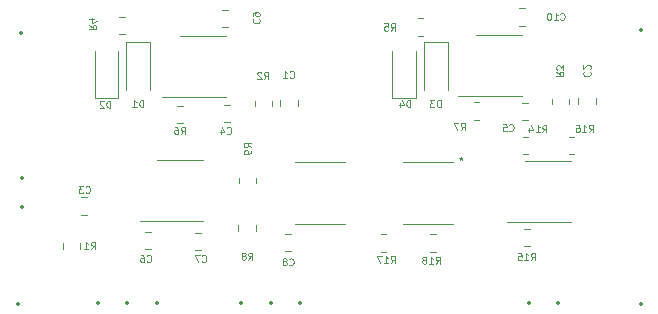
<source format=gbo>
%TF.GenerationSoftware,KiCad,Pcbnew,8.0.0*%
%TF.CreationDate,2024-03-25T10:57:50+01:00*%
%TF.ProjectId,MicAmp,4d696341-6d70-42e6-9b69-6361645f7063,v2*%
%TF.SameCoordinates,Original*%
%TF.FileFunction,Legend,Bot*%
%TF.FilePolarity,Positive*%
%FSLAX46Y46*%
G04 Gerber Fmt 4.6, Leading zero omitted, Abs format (unit mm)*
G04 Created by KiCad (PCBNEW 8.0.0) date 2024-03-25 10:57:50*
%MOMM*%
%LPD*%
G01*
G04 APERTURE LIST*
%ADD10C,0.100000*%
%ADD11C,0.350000*%
G04 APERTURE END LIST*
D10*
X109491807Y-112107437D02*
X109491807Y-111507437D01*
X109491807Y-111507437D02*
X109348950Y-111507437D01*
X109348950Y-111507437D02*
X109263236Y-111536008D01*
X109263236Y-111536008D02*
X109206093Y-111593151D01*
X109206093Y-111593151D02*
X109177522Y-111650294D01*
X109177522Y-111650294D02*
X109148950Y-111764580D01*
X109148950Y-111764580D02*
X109148950Y-111850294D01*
X109148950Y-111850294D02*
X109177522Y-111964580D01*
X109177522Y-111964580D02*
X109206093Y-112021723D01*
X109206093Y-112021723D02*
X109263236Y-112078866D01*
X109263236Y-112078866D02*
X109348950Y-112107437D01*
X109348950Y-112107437D02*
X109491807Y-112107437D01*
X108577522Y-112107437D02*
X108920379Y-112107437D01*
X108748950Y-112107437D02*
X108748950Y-111507437D01*
X108748950Y-111507437D02*
X108806093Y-111593151D01*
X108806093Y-111593151D02*
X108863236Y-111650294D01*
X108863236Y-111650294D02*
X108920379Y-111678866D01*
X130436990Y-105614230D02*
X130636990Y-105328516D01*
X130779847Y-105614230D02*
X130779847Y-105014230D01*
X130779847Y-105014230D02*
X130551276Y-105014230D01*
X130551276Y-105014230D02*
X130494133Y-105042801D01*
X130494133Y-105042801D02*
X130465562Y-105071373D01*
X130465562Y-105071373D02*
X130436990Y-105128516D01*
X130436990Y-105128516D02*
X130436990Y-105214230D01*
X130436990Y-105214230D02*
X130465562Y-105271373D01*
X130465562Y-105271373D02*
X130494133Y-105299944D01*
X130494133Y-105299944D02*
X130551276Y-105328516D01*
X130551276Y-105328516D02*
X130779847Y-105328516D01*
X129894133Y-105014230D02*
X130179847Y-105014230D01*
X130179847Y-105014230D02*
X130208419Y-105299944D01*
X130208419Y-105299944D02*
X130179847Y-105271373D01*
X130179847Y-105271373D02*
X130122705Y-105242801D01*
X130122705Y-105242801D02*
X129979847Y-105242801D01*
X129979847Y-105242801D02*
X129922705Y-105271373D01*
X129922705Y-105271373D02*
X129894133Y-105299944D01*
X129894133Y-105299944D02*
X129865562Y-105357087D01*
X129865562Y-105357087D02*
X129865562Y-105499944D01*
X129865562Y-105499944D02*
X129894133Y-105557087D01*
X129894133Y-105557087D02*
X129922705Y-105585659D01*
X129922705Y-105585659D02*
X129979847Y-105614230D01*
X129979847Y-105614230D02*
X130122705Y-105614230D01*
X130122705Y-105614230D02*
X130179847Y-105585659D01*
X130179847Y-105585659D02*
X130208419Y-105557087D01*
X118381199Y-125013860D02*
X118581199Y-124728146D01*
X118724056Y-125013860D02*
X118724056Y-124413860D01*
X118724056Y-124413860D02*
X118495485Y-124413860D01*
X118495485Y-124413860D02*
X118438342Y-124442431D01*
X118438342Y-124442431D02*
X118409771Y-124471003D01*
X118409771Y-124471003D02*
X118381199Y-124528146D01*
X118381199Y-124528146D02*
X118381199Y-124613860D01*
X118381199Y-124613860D02*
X118409771Y-124671003D01*
X118409771Y-124671003D02*
X118438342Y-124699574D01*
X118438342Y-124699574D02*
X118495485Y-124728146D01*
X118495485Y-124728146D02*
X118724056Y-124728146D01*
X118038342Y-124671003D02*
X118095485Y-124642431D01*
X118095485Y-124642431D02*
X118124056Y-124613860D01*
X118124056Y-124613860D02*
X118152628Y-124556717D01*
X118152628Y-124556717D02*
X118152628Y-124528146D01*
X118152628Y-124528146D02*
X118124056Y-124471003D01*
X118124056Y-124471003D02*
X118095485Y-124442431D01*
X118095485Y-124442431D02*
X118038342Y-124413860D01*
X118038342Y-124413860D02*
X117924056Y-124413860D01*
X117924056Y-124413860D02*
X117866914Y-124442431D01*
X117866914Y-124442431D02*
X117838342Y-124471003D01*
X117838342Y-124471003D02*
X117809771Y-124528146D01*
X117809771Y-124528146D02*
X117809771Y-124556717D01*
X117809771Y-124556717D02*
X117838342Y-124613860D01*
X117838342Y-124613860D02*
X117866914Y-124642431D01*
X117866914Y-124642431D02*
X117924056Y-124671003D01*
X117924056Y-124671003D02*
X118038342Y-124671003D01*
X118038342Y-124671003D02*
X118095485Y-124699574D01*
X118095485Y-124699574D02*
X118124056Y-124728146D01*
X118124056Y-124728146D02*
X118152628Y-124785289D01*
X118152628Y-124785289D02*
X118152628Y-124899574D01*
X118152628Y-124899574D02*
X118124056Y-124956717D01*
X118124056Y-124956717D02*
X118095485Y-124985289D01*
X118095485Y-124985289D02*
X118038342Y-125013860D01*
X118038342Y-125013860D02*
X117924056Y-125013860D01*
X117924056Y-125013860D02*
X117866914Y-124985289D01*
X117866914Y-124985289D02*
X117838342Y-124956717D01*
X117838342Y-124956717D02*
X117809771Y-124899574D01*
X117809771Y-124899574D02*
X117809771Y-124785289D01*
X117809771Y-124785289D02*
X117838342Y-124728146D01*
X117838342Y-124728146D02*
X117866914Y-124699574D01*
X117866914Y-124699574D02*
X117924056Y-124671003D01*
X118608495Y-115512984D02*
X118322781Y-115312984D01*
X118608495Y-115170127D02*
X118008495Y-115170127D01*
X118008495Y-115170127D02*
X118008495Y-115398698D01*
X118008495Y-115398698D02*
X118037066Y-115455841D01*
X118037066Y-115455841D02*
X118065638Y-115484412D01*
X118065638Y-115484412D02*
X118122781Y-115512984D01*
X118122781Y-115512984D02*
X118208495Y-115512984D01*
X118208495Y-115512984D02*
X118265638Y-115484412D01*
X118265638Y-115484412D02*
X118294209Y-115455841D01*
X118294209Y-115455841D02*
X118322781Y-115398698D01*
X118322781Y-115398698D02*
X118322781Y-115170127D01*
X118608495Y-115798698D02*
X118608495Y-115912984D01*
X118608495Y-115912984D02*
X118579924Y-115970127D01*
X118579924Y-115970127D02*
X118551352Y-115998698D01*
X118551352Y-115998698D02*
X118465638Y-116055841D01*
X118465638Y-116055841D02*
X118351352Y-116084412D01*
X118351352Y-116084412D02*
X118122781Y-116084412D01*
X118122781Y-116084412D02*
X118065638Y-116055841D01*
X118065638Y-116055841D02*
X118037066Y-116027270D01*
X118037066Y-116027270D02*
X118008495Y-115970127D01*
X118008495Y-115970127D02*
X118008495Y-115855841D01*
X118008495Y-115855841D02*
X118037066Y-115798698D01*
X118037066Y-115798698D02*
X118065638Y-115770127D01*
X118065638Y-115770127D02*
X118122781Y-115741555D01*
X118122781Y-115741555D02*
X118265638Y-115741555D01*
X118265638Y-115741555D02*
X118322781Y-115770127D01*
X118322781Y-115770127D02*
X118351352Y-115798698D01*
X118351352Y-115798698D02*
X118379924Y-115855841D01*
X118379924Y-115855841D02*
X118379924Y-115970127D01*
X118379924Y-115970127D02*
X118351352Y-116027270D01*
X118351352Y-116027270D02*
X118322781Y-116055841D01*
X118322781Y-116055841D02*
X118265638Y-116084412D01*
X132106815Y-112107389D02*
X132106815Y-111507389D01*
X132106815Y-111507389D02*
X131963958Y-111507389D01*
X131963958Y-111507389D02*
X131878244Y-111535960D01*
X131878244Y-111535960D02*
X131821101Y-111593103D01*
X131821101Y-111593103D02*
X131792530Y-111650246D01*
X131792530Y-111650246D02*
X131763958Y-111764532D01*
X131763958Y-111764532D02*
X131763958Y-111850246D01*
X131763958Y-111850246D02*
X131792530Y-111964532D01*
X131792530Y-111964532D02*
X131821101Y-112021675D01*
X131821101Y-112021675D02*
X131878244Y-112078818D01*
X131878244Y-112078818D02*
X131963958Y-112107389D01*
X131963958Y-112107389D02*
X132106815Y-112107389D01*
X131249673Y-111707389D02*
X131249673Y-112107389D01*
X131392530Y-111478818D02*
X131535387Y-111907389D01*
X131535387Y-111907389D02*
X131163958Y-111907389D01*
X134253942Y-125358559D02*
X134453942Y-125072845D01*
X134596799Y-125358559D02*
X134596799Y-124758559D01*
X134596799Y-124758559D02*
X134368228Y-124758559D01*
X134368228Y-124758559D02*
X134311085Y-124787130D01*
X134311085Y-124787130D02*
X134282514Y-124815702D01*
X134282514Y-124815702D02*
X134253942Y-124872845D01*
X134253942Y-124872845D02*
X134253942Y-124958559D01*
X134253942Y-124958559D02*
X134282514Y-125015702D01*
X134282514Y-125015702D02*
X134311085Y-125044273D01*
X134311085Y-125044273D02*
X134368228Y-125072845D01*
X134368228Y-125072845D02*
X134596799Y-125072845D01*
X133682514Y-125358559D02*
X134025371Y-125358559D01*
X133853942Y-125358559D02*
X133853942Y-124758559D01*
X133853942Y-124758559D02*
X133911085Y-124844273D01*
X133911085Y-124844273D02*
X133968228Y-124901416D01*
X133968228Y-124901416D02*
X134025371Y-124929988D01*
X133339656Y-125015702D02*
X133396799Y-124987130D01*
X133396799Y-124987130D02*
X133425370Y-124958559D01*
X133425370Y-124958559D02*
X133453942Y-124901416D01*
X133453942Y-124901416D02*
X133453942Y-124872845D01*
X133453942Y-124872845D02*
X133425370Y-124815702D01*
X133425370Y-124815702D02*
X133396799Y-124787130D01*
X133396799Y-124787130D02*
X133339656Y-124758559D01*
X133339656Y-124758559D02*
X133225370Y-124758559D01*
X133225370Y-124758559D02*
X133168228Y-124787130D01*
X133168228Y-124787130D02*
X133139656Y-124815702D01*
X133139656Y-124815702D02*
X133111085Y-124872845D01*
X133111085Y-124872845D02*
X133111085Y-124901416D01*
X133111085Y-124901416D02*
X133139656Y-124958559D01*
X133139656Y-124958559D02*
X133168228Y-124987130D01*
X133168228Y-124987130D02*
X133225370Y-125015702D01*
X133225370Y-125015702D02*
X133339656Y-125015702D01*
X133339656Y-125015702D02*
X133396799Y-125044273D01*
X133396799Y-125044273D02*
X133425370Y-125072845D01*
X133425370Y-125072845D02*
X133453942Y-125129988D01*
X133453942Y-125129988D02*
X133453942Y-125244273D01*
X133453942Y-125244273D02*
X133425370Y-125301416D01*
X133425370Y-125301416D02*
X133396799Y-125329988D01*
X133396799Y-125329988D02*
X133339656Y-125358559D01*
X133339656Y-125358559D02*
X133225370Y-125358559D01*
X133225370Y-125358559D02*
X133168228Y-125329988D01*
X133168228Y-125329988D02*
X133139656Y-125301416D01*
X133139656Y-125301416D02*
X133111085Y-125244273D01*
X133111085Y-125244273D02*
X133111085Y-125129988D01*
X133111085Y-125129988D02*
X133139656Y-125072845D01*
X133139656Y-125072845D02*
X133168228Y-125044273D01*
X133168228Y-125044273D02*
X133225370Y-125015702D01*
X143272628Y-114225203D02*
X143472628Y-113939489D01*
X143615485Y-114225203D02*
X143615485Y-113625203D01*
X143615485Y-113625203D02*
X143386914Y-113625203D01*
X143386914Y-113625203D02*
X143329771Y-113653774D01*
X143329771Y-113653774D02*
X143301200Y-113682346D01*
X143301200Y-113682346D02*
X143272628Y-113739489D01*
X143272628Y-113739489D02*
X143272628Y-113825203D01*
X143272628Y-113825203D02*
X143301200Y-113882346D01*
X143301200Y-113882346D02*
X143329771Y-113910917D01*
X143329771Y-113910917D02*
X143386914Y-113939489D01*
X143386914Y-113939489D02*
X143615485Y-113939489D01*
X142701200Y-114225203D02*
X143044057Y-114225203D01*
X142872628Y-114225203D02*
X142872628Y-113625203D01*
X142872628Y-113625203D02*
X142929771Y-113710917D01*
X142929771Y-113710917D02*
X142986914Y-113768060D01*
X142986914Y-113768060D02*
X143044057Y-113796632D01*
X142186914Y-113825203D02*
X142186914Y-114225203D01*
X142329771Y-113596632D02*
X142472628Y-114025203D01*
X142472628Y-114025203D02*
X142101199Y-114025203D01*
X114460125Y-125159849D02*
X114488697Y-125188421D01*
X114488697Y-125188421D02*
X114574411Y-125216992D01*
X114574411Y-125216992D02*
X114631554Y-125216992D01*
X114631554Y-125216992D02*
X114717268Y-125188421D01*
X114717268Y-125188421D02*
X114774411Y-125131278D01*
X114774411Y-125131278D02*
X114802982Y-125074135D01*
X114802982Y-125074135D02*
X114831554Y-124959849D01*
X114831554Y-124959849D02*
X114831554Y-124874135D01*
X114831554Y-124874135D02*
X114802982Y-124759849D01*
X114802982Y-124759849D02*
X114774411Y-124702706D01*
X114774411Y-124702706D02*
X114717268Y-124645563D01*
X114717268Y-124645563D02*
X114631554Y-124616992D01*
X114631554Y-124616992D02*
X114574411Y-124616992D01*
X114574411Y-124616992D02*
X114488697Y-124645563D01*
X114488697Y-124645563D02*
X114460125Y-124674135D01*
X114260125Y-124616992D02*
X113860125Y-124616992D01*
X113860125Y-124616992D02*
X114117268Y-125216992D01*
X130441025Y-125289857D02*
X130641025Y-125004143D01*
X130783882Y-125289857D02*
X130783882Y-124689857D01*
X130783882Y-124689857D02*
X130555311Y-124689857D01*
X130555311Y-124689857D02*
X130498168Y-124718428D01*
X130498168Y-124718428D02*
X130469597Y-124747000D01*
X130469597Y-124747000D02*
X130441025Y-124804143D01*
X130441025Y-124804143D02*
X130441025Y-124889857D01*
X130441025Y-124889857D02*
X130469597Y-124947000D01*
X130469597Y-124947000D02*
X130498168Y-124975571D01*
X130498168Y-124975571D02*
X130555311Y-125004143D01*
X130555311Y-125004143D02*
X130783882Y-125004143D01*
X129869597Y-125289857D02*
X130212454Y-125289857D01*
X130041025Y-125289857D02*
X130041025Y-124689857D01*
X130041025Y-124689857D02*
X130098168Y-124775571D01*
X130098168Y-124775571D02*
X130155311Y-124832714D01*
X130155311Y-124832714D02*
X130212454Y-124861286D01*
X129669596Y-124689857D02*
X129269596Y-124689857D01*
X129269596Y-124689857D02*
X129526739Y-125289857D01*
X142324449Y-125075922D02*
X142524449Y-124790208D01*
X142667306Y-125075922D02*
X142667306Y-124475922D01*
X142667306Y-124475922D02*
X142438735Y-124475922D01*
X142438735Y-124475922D02*
X142381592Y-124504493D01*
X142381592Y-124504493D02*
X142353021Y-124533065D01*
X142353021Y-124533065D02*
X142324449Y-124590208D01*
X142324449Y-124590208D02*
X142324449Y-124675922D01*
X142324449Y-124675922D02*
X142353021Y-124733065D01*
X142353021Y-124733065D02*
X142381592Y-124761636D01*
X142381592Y-124761636D02*
X142438735Y-124790208D01*
X142438735Y-124790208D02*
X142667306Y-124790208D01*
X141753021Y-125075922D02*
X142095878Y-125075922D01*
X141924449Y-125075922D02*
X141924449Y-124475922D01*
X141924449Y-124475922D02*
X141981592Y-124561636D01*
X141981592Y-124561636D02*
X142038735Y-124618779D01*
X142038735Y-124618779D02*
X142095878Y-124647351D01*
X141210163Y-124475922D02*
X141495877Y-124475922D01*
X141495877Y-124475922D02*
X141524449Y-124761636D01*
X141524449Y-124761636D02*
X141495877Y-124733065D01*
X141495877Y-124733065D02*
X141438735Y-124704493D01*
X141438735Y-124704493D02*
X141295877Y-124704493D01*
X141295877Y-124704493D02*
X141238735Y-124733065D01*
X141238735Y-124733065D02*
X141210163Y-124761636D01*
X141210163Y-124761636D02*
X141181592Y-124818779D01*
X141181592Y-124818779D02*
X141181592Y-124961636D01*
X141181592Y-124961636D02*
X141210163Y-125018779D01*
X141210163Y-125018779D02*
X141238735Y-125047351D01*
X141238735Y-125047351D02*
X141295877Y-125075922D01*
X141295877Y-125075922D02*
X141438735Y-125075922D01*
X141438735Y-125075922D02*
X141495877Y-125047351D01*
X141495877Y-125047351D02*
X141524449Y-125018779D01*
X119708541Y-109720653D02*
X119908541Y-109434939D01*
X120051398Y-109720653D02*
X120051398Y-109120653D01*
X120051398Y-109120653D02*
X119822827Y-109120653D01*
X119822827Y-109120653D02*
X119765684Y-109149224D01*
X119765684Y-109149224D02*
X119737113Y-109177796D01*
X119737113Y-109177796D02*
X119708541Y-109234939D01*
X119708541Y-109234939D02*
X119708541Y-109320653D01*
X119708541Y-109320653D02*
X119737113Y-109377796D01*
X119737113Y-109377796D02*
X119765684Y-109406367D01*
X119765684Y-109406367D02*
X119822827Y-109434939D01*
X119822827Y-109434939D02*
X120051398Y-109434939D01*
X119479970Y-109177796D02*
X119451398Y-109149224D01*
X119451398Y-109149224D02*
X119394256Y-109120653D01*
X119394256Y-109120653D02*
X119251398Y-109120653D01*
X119251398Y-109120653D02*
X119194256Y-109149224D01*
X119194256Y-109149224D02*
X119165684Y-109177796D01*
X119165684Y-109177796D02*
X119137113Y-109234939D01*
X119137113Y-109234939D02*
X119137113Y-109292082D01*
X119137113Y-109292082D02*
X119165684Y-109377796D01*
X119165684Y-109377796D02*
X119508541Y-109720653D01*
X119508541Y-109720653D02*
X119137113Y-109720653D01*
X104929065Y-105180497D02*
X105214779Y-105380497D01*
X104929065Y-105523354D02*
X105529065Y-105523354D01*
X105529065Y-105523354D02*
X105529065Y-105294783D01*
X105529065Y-105294783D02*
X105500494Y-105237640D01*
X105500494Y-105237640D02*
X105471922Y-105209069D01*
X105471922Y-105209069D02*
X105414779Y-105180497D01*
X105414779Y-105180497D02*
X105329065Y-105180497D01*
X105329065Y-105180497D02*
X105271922Y-105209069D01*
X105271922Y-105209069D02*
X105243351Y-105237640D01*
X105243351Y-105237640D02*
X105214779Y-105294783D01*
X105214779Y-105294783D02*
X105214779Y-105523354D01*
X105329065Y-104666212D02*
X104929065Y-104666212D01*
X105557637Y-104809069D02*
X105129065Y-104951926D01*
X105129065Y-104951926D02*
X105129065Y-104580497D01*
X121910671Y-109586301D02*
X121939243Y-109614873D01*
X121939243Y-109614873D02*
X122024957Y-109643444D01*
X122024957Y-109643444D02*
X122082100Y-109643444D01*
X122082100Y-109643444D02*
X122167814Y-109614873D01*
X122167814Y-109614873D02*
X122224957Y-109557730D01*
X122224957Y-109557730D02*
X122253528Y-109500587D01*
X122253528Y-109500587D02*
X122282100Y-109386301D01*
X122282100Y-109386301D02*
X122282100Y-109300587D01*
X122282100Y-109300587D02*
X122253528Y-109186301D01*
X122253528Y-109186301D02*
X122224957Y-109129158D01*
X122224957Y-109129158D02*
X122167814Y-109072015D01*
X122167814Y-109072015D02*
X122082100Y-109043444D01*
X122082100Y-109043444D02*
X122024957Y-109043444D01*
X122024957Y-109043444D02*
X121939243Y-109072015D01*
X121939243Y-109072015D02*
X121910671Y-109100587D01*
X121339243Y-109643444D02*
X121682100Y-109643444D01*
X121510671Y-109643444D02*
X121510671Y-109043444D01*
X121510671Y-109043444D02*
X121567814Y-109129158D01*
X121567814Y-109129158D02*
X121624957Y-109186301D01*
X121624957Y-109186301D02*
X121682100Y-109214873D01*
X106713092Y-112150144D02*
X106713092Y-111550144D01*
X106713092Y-111550144D02*
X106570235Y-111550144D01*
X106570235Y-111550144D02*
X106484521Y-111578715D01*
X106484521Y-111578715D02*
X106427378Y-111635858D01*
X106427378Y-111635858D02*
X106398807Y-111693001D01*
X106398807Y-111693001D02*
X106370235Y-111807287D01*
X106370235Y-111807287D02*
X106370235Y-111893001D01*
X106370235Y-111893001D02*
X106398807Y-112007287D01*
X106398807Y-112007287D02*
X106427378Y-112064430D01*
X106427378Y-112064430D02*
X106484521Y-112121573D01*
X106484521Y-112121573D02*
X106570235Y-112150144D01*
X106570235Y-112150144D02*
X106713092Y-112150144D01*
X106141664Y-111607287D02*
X106113092Y-111578715D01*
X106113092Y-111578715D02*
X106055950Y-111550144D01*
X106055950Y-111550144D02*
X105913092Y-111550144D01*
X105913092Y-111550144D02*
X105855950Y-111578715D01*
X105855950Y-111578715D02*
X105827378Y-111607287D01*
X105827378Y-111607287D02*
X105798807Y-111664430D01*
X105798807Y-111664430D02*
X105798807Y-111721573D01*
X105798807Y-111721573D02*
X105827378Y-111807287D01*
X105827378Y-111807287D02*
X106170235Y-112150144D01*
X106170235Y-112150144D02*
X105798807Y-112150144D01*
X109804602Y-125148543D02*
X109833174Y-125177115D01*
X109833174Y-125177115D02*
X109918888Y-125205686D01*
X109918888Y-125205686D02*
X109976031Y-125205686D01*
X109976031Y-125205686D02*
X110061745Y-125177115D01*
X110061745Y-125177115D02*
X110118888Y-125119972D01*
X110118888Y-125119972D02*
X110147459Y-125062829D01*
X110147459Y-125062829D02*
X110176031Y-124948543D01*
X110176031Y-124948543D02*
X110176031Y-124862829D01*
X110176031Y-124862829D02*
X110147459Y-124748543D01*
X110147459Y-124748543D02*
X110118888Y-124691400D01*
X110118888Y-124691400D02*
X110061745Y-124634257D01*
X110061745Y-124634257D02*
X109976031Y-124605686D01*
X109976031Y-124605686D02*
X109918888Y-124605686D01*
X109918888Y-124605686D02*
X109833174Y-124634257D01*
X109833174Y-124634257D02*
X109804602Y-124662829D01*
X109290317Y-124605686D02*
X109404602Y-124605686D01*
X109404602Y-124605686D02*
X109461745Y-124634257D01*
X109461745Y-124634257D02*
X109490317Y-124662829D01*
X109490317Y-124662829D02*
X109547459Y-124748543D01*
X109547459Y-124748543D02*
X109576031Y-124862829D01*
X109576031Y-124862829D02*
X109576031Y-125091400D01*
X109576031Y-125091400D02*
X109547459Y-125148543D01*
X109547459Y-125148543D02*
X109518888Y-125177115D01*
X109518888Y-125177115D02*
X109461745Y-125205686D01*
X109461745Y-125205686D02*
X109347459Y-125205686D01*
X109347459Y-125205686D02*
X109290317Y-125177115D01*
X109290317Y-125177115D02*
X109261745Y-125148543D01*
X109261745Y-125148543D02*
X109233174Y-125091400D01*
X109233174Y-125091400D02*
X109233174Y-124948543D01*
X109233174Y-124948543D02*
X109261745Y-124891400D01*
X109261745Y-124891400D02*
X109290317Y-124862829D01*
X109290317Y-124862829D02*
X109347459Y-124834257D01*
X109347459Y-124834257D02*
X109461745Y-124834257D01*
X109461745Y-124834257D02*
X109518888Y-124862829D01*
X109518888Y-124862829D02*
X109547459Y-124891400D01*
X109547459Y-124891400D02*
X109576031Y-124948543D01*
X112695733Y-114373870D02*
X112895733Y-114088156D01*
X113038590Y-114373870D02*
X113038590Y-113773870D01*
X113038590Y-113773870D02*
X112810019Y-113773870D01*
X112810019Y-113773870D02*
X112752876Y-113802441D01*
X112752876Y-113802441D02*
X112724305Y-113831013D01*
X112724305Y-113831013D02*
X112695733Y-113888156D01*
X112695733Y-113888156D02*
X112695733Y-113973870D01*
X112695733Y-113973870D02*
X112724305Y-114031013D01*
X112724305Y-114031013D02*
X112752876Y-114059584D01*
X112752876Y-114059584D02*
X112810019Y-114088156D01*
X112810019Y-114088156D02*
X113038590Y-114088156D01*
X112181448Y-113773870D02*
X112295733Y-113773870D01*
X112295733Y-113773870D02*
X112352876Y-113802441D01*
X112352876Y-113802441D02*
X112381448Y-113831013D01*
X112381448Y-113831013D02*
X112438590Y-113916727D01*
X112438590Y-113916727D02*
X112467162Y-114031013D01*
X112467162Y-114031013D02*
X112467162Y-114259584D01*
X112467162Y-114259584D02*
X112438590Y-114316727D01*
X112438590Y-114316727D02*
X112410019Y-114345299D01*
X112410019Y-114345299D02*
X112352876Y-114373870D01*
X112352876Y-114373870D02*
X112238590Y-114373870D01*
X112238590Y-114373870D02*
X112181448Y-114345299D01*
X112181448Y-114345299D02*
X112152876Y-114316727D01*
X112152876Y-114316727D02*
X112124305Y-114259584D01*
X112124305Y-114259584D02*
X112124305Y-114116727D01*
X112124305Y-114116727D02*
X112152876Y-114059584D01*
X112152876Y-114059584D02*
X112181448Y-114031013D01*
X112181448Y-114031013D02*
X112238590Y-114002441D01*
X112238590Y-114002441D02*
X112352876Y-114002441D01*
X112352876Y-114002441D02*
X112410019Y-114031013D01*
X112410019Y-114031013D02*
X112438590Y-114059584D01*
X112438590Y-114059584D02*
X112467162Y-114116727D01*
X140483037Y-114076389D02*
X140511609Y-114104961D01*
X140511609Y-114104961D02*
X140597323Y-114133532D01*
X140597323Y-114133532D02*
X140654466Y-114133532D01*
X140654466Y-114133532D02*
X140740180Y-114104961D01*
X140740180Y-114104961D02*
X140797323Y-114047818D01*
X140797323Y-114047818D02*
X140825894Y-113990675D01*
X140825894Y-113990675D02*
X140854466Y-113876389D01*
X140854466Y-113876389D02*
X140854466Y-113790675D01*
X140854466Y-113790675D02*
X140825894Y-113676389D01*
X140825894Y-113676389D02*
X140797323Y-113619246D01*
X140797323Y-113619246D02*
X140740180Y-113562103D01*
X140740180Y-113562103D02*
X140654466Y-113533532D01*
X140654466Y-113533532D02*
X140597323Y-113533532D01*
X140597323Y-113533532D02*
X140511609Y-113562103D01*
X140511609Y-113562103D02*
X140483037Y-113590675D01*
X139940180Y-113533532D02*
X140225894Y-113533532D01*
X140225894Y-113533532D02*
X140254466Y-113819246D01*
X140254466Y-113819246D02*
X140225894Y-113790675D01*
X140225894Y-113790675D02*
X140168752Y-113762103D01*
X140168752Y-113762103D02*
X140025894Y-113762103D01*
X140025894Y-113762103D02*
X139968752Y-113790675D01*
X139968752Y-113790675D02*
X139940180Y-113819246D01*
X139940180Y-113819246D02*
X139911609Y-113876389D01*
X139911609Y-113876389D02*
X139911609Y-114019246D01*
X139911609Y-114019246D02*
X139940180Y-114076389D01*
X139940180Y-114076389D02*
X139968752Y-114104961D01*
X139968752Y-114104961D02*
X140025894Y-114133532D01*
X140025894Y-114133532D02*
X140168752Y-114133532D01*
X140168752Y-114133532D02*
X140225894Y-114104961D01*
X140225894Y-114104961D02*
X140254466Y-114076389D01*
X121857299Y-125439728D02*
X121885871Y-125468300D01*
X121885871Y-125468300D02*
X121971585Y-125496871D01*
X121971585Y-125496871D02*
X122028728Y-125496871D01*
X122028728Y-125496871D02*
X122114442Y-125468300D01*
X122114442Y-125468300D02*
X122171585Y-125411157D01*
X122171585Y-125411157D02*
X122200156Y-125354014D01*
X122200156Y-125354014D02*
X122228728Y-125239728D01*
X122228728Y-125239728D02*
X122228728Y-125154014D01*
X122228728Y-125154014D02*
X122200156Y-125039728D01*
X122200156Y-125039728D02*
X122171585Y-124982585D01*
X122171585Y-124982585D02*
X122114442Y-124925442D01*
X122114442Y-124925442D02*
X122028728Y-124896871D01*
X122028728Y-124896871D02*
X121971585Y-124896871D01*
X121971585Y-124896871D02*
X121885871Y-124925442D01*
X121885871Y-124925442D02*
X121857299Y-124954014D01*
X121514442Y-125154014D02*
X121571585Y-125125442D01*
X121571585Y-125125442D02*
X121600156Y-125096871D01*
X121600156Y-125096871D02*
X121628728Y-125039728D01*
X121628728Y-125039728D02*
X121628728Y-125011157D01*
X121628728Y-125011157D02*
X121600156Y-124954014D01*
X121600156Y-124954014D02*
X121571585Y-124925442D01*
X121571585Y-124925442D02*
X121514442Y-124896871D01*
X121514442Y-124896871D02*
X121400156Y-124896871D01*
X121400156Y-124896871D02*
X121343014Y-124925442D01*
X121343014Y-124925442D02*
X121314442Y-124954014D01*
X121314442Y-124954014D02*
X121285871Y-125011157D01*
X121285871Y-125011157D02*
X121285871Y-125039728D01*
X121285871Y-125039728D02*
X121314442Y-125096871D01*
X121314442Y-125096871D02*
X121343014Y-125125442D01*
X121343014Y-125125442D02*
X121400156Y-125154014D01*
X121400156Y-125154014D02*
X121514442Y-125154014D01*
X121514442Y-125154014D02*
X121571585Y-125182585D01*
X121571585Y-125182585D02*
X121600156Y-125211157D01*
X121600156Y-125211157D02*
X121628728Y-125268300D01*
X121628728Y-125268300D02*
X121628728Y-125382585D01*
X121628728Y-125382585D02*
X121600156Y-125439728D01*
X121600156Y-125439728D02*
X121571585Y-125468300D01*
X121571585Y-125468300D02*
X121514442Y-125496871D01*
X121514442Y-125496871D02*
X121400156Y-125496871D01*
X121400156Y-125496871D02*
X121343014Y-125468300D01*
X121343014Y-125468300D02*
X121314442Y-125439728D01*
X121314442Y-125439728D02*
X121285871Y-125382585D01*
X121285871Y-125382585D02*
X121285871Y-125268300D01*
X121285871Y-125268300D02*
X121314442Y-125211157D01*
X121314442Y-125211157D02*
X121343014Y-125182585D01*
X121343014Y-125182585D02*
X121400156Y-125154014D01*
X118807831Y-104644685D02*
X118779260Y-104673257D01*
X118779260Y-104673257D02*
X118750688Y-104758971D01*
X118750688Y-104758971D02*
X118750688Y-104816114D01*
X118750688Y-104816114D02*
X118779260Y-104901828D01*
X118779260Y-104901828D02*
X118836402Y-104958971D01*
X118836402Y-104958971D02*
X118893545Y-104987542D01*
X118893545Y-104987542D02*
X119007831Y-105016114D01*
X119007831Y-105016114D02*
X119093545Y-105016114D01*
X119093545Y-105016114D02*
X119207831Y-104987542D01*
X119207831Y-104987542D02*
X119264974Y-104958971D01*
X119264974Y-104958971D02*
X119322117Y-104901828D01*
X119322117Y-104901828D02*
X119350688Y-104816114D01*
X119350688Y-104816114D02*
X119350688Y-104758971D01*
X119350688Y-104758971D02*
X119322117Y-104673257D01*
X119322117Y-104673257D02*
X119293545Y-104644685D01*
X118750688Y-104358971D02*
X118750688Y-104244685D01*
X118750688Y-104244685D02*
X118779260Y-104187542D01*
X118779260Y-104187542D02*
X118807831Y-104158971D01*
X118807831Y-104158971D02*
X118893545Y-104101828D01*
X118893545Y-104101828D02*
X119007831Y-104073257D01*
X119007831Y-104073257D02*
X119236402Y-104073257D01*
X119236402Y-104073257D02*
X119293545Y-104101828D01*
X119293545Y-104101828D02*
X119322117Y-104130400D01*
X119322117Y-104130400D02*
X119350688Y-104187542D01*
X119350688Y-104187542D02*
X119350688Y-104301828D01*
X119350688Y-104301828D02*
X119322117Y-104358971D01*
X119322117Y-104358971D02*
X119293545Y-104387542D01*
X119293545Y-104387542D02*
X119236402Y-104416114D01*
X119236402Y-104416114D02*
X119093545Y-104416114D01*
X119093545Y-104416114D02*
X119036402Y-104387542D01*
X119036402Y-104387542D02*
X119007831Y-104358971D01*
X119007831Y-104358971D02*
X118979260Y-104301828D01*
X118979260Y-104301828D02*
X118979260Y-104187542D01*
X118979260Y-104187542D02*
X119007831Y-104130400D01*
X119007831Y-104130400D02*
X119036402Y-104101828D01*
X119036402Y-104101828D02*
X119093545Y-104073257D01*
X134671789Y-112107403D02*
X134671789Y-111507403D01*
X134671789Y-111507403D02*
X134528932Y-111507403D01*
X134528932Y-111507403D02*
X134443218Y-111535974D01*
X134443218Y-111535974D02*
X134386075Y-111593117D01*
X134386075Y-111593117D02*
X134357504Y-111650260D01*
X134357504Y-111650260D02*
X134328932Y-111764546D01*
X134328932Y-111764546D02*
X134328932Y-111850260D01*
X134328932Y-111850260D02*
X134357504Y-111964546D01*
X134357504Y-111964546D02*
X134386075Y-112021689D01*
X134386075Y-112021689D02*
X134443218Y-112078832D01*
X134443218Y-112078832D02*
X134528932Y-112107403D01*
X134528932Y-112107403D02*
X134671789Y-112107403D01*
X134128932Y-111507403D02*
X133757504Y-111507403D01*
X133757504Y-111507403D02*
X133957504Y-111735974D01*
X133957504Y-111735974D02*
X133871789Y-111735974D01*
X133871789Y-111735974D02*
X133814647Y-111764546D01*
X133814647Y-111764546D02*
X133786075Y-111793117D01*
X133786075Y-111793117D02*
X133757504Y-111850260D01*
X133757504Y-111850260D02*
X133757504Y-111993117D01*
X133757504Y-111993117D02*
X133786075Y-112050260D01*
X133786075Y-112050260D02*
X133814647Y-112078832D01*
X133814647Y-112078832D02*
X133871789Y-112107403D01*
X133871789Y-112107403D02*
X134043218Y-112107403D01*
X134043218Y-112107403D02*
X134100361Y-112078832D01*
X134100361Y-112078832D02*
X134128932Y-112050260D01*
X147242064Y-114194669D02*
X147442064Y-113908955D01*
X147584921Y-114194669D02*
X147584921Y-113594669D01*
X147584921Y-113594669D02*
X147356350Y-113594669D01*
X147356350Y-113594669D02*
X147299207Y-113623240D01*
X147299207Y-113623240D02*
X147270636Y-113651812D01*
X147270636Y-113651812D02*
X147242064Y-113708955D01*
X147242064Y-113708955D02*
X147242064Y-113794669D01*
X147242064Y-113794669D02*
X147270636Y-113851812D01*
X147270636Y-113851812D02*
X147299207Y-113880383D01*
X147299207Y-113880383D02*
X147356350Y-113908955D01*
X147356350Y-113908955D02*
X147584921Y-113908955D01*
X146670636Y-114194669D02*
X147013493Y-114194669D01*
X146842064Y-114194669D02*
X146842064Y-113594669D01*
X146842064Y-113594669D02*
X146899207Y-113680383D01*
X146899207Y-113680383D02*
X146956350Y-113737526D01*
X146956350Y-113737526D02*
X147013493Y-113766098D01*
X146156350Y-113594669D02*
X146270635Y-113594669D01*
X146270635Y-113594669D02*
X146327778Y-113623240D01*
X146327778Y-113623240D02*
X146356350Y-113651812D01*
X146356350Y-113651812D02*
X146413492Y-113737526D01*
X146413492Y-113737526D02*
X146442064Y-113851812D01*
X146442064Y-113851812D02*
X146442064Y-114080383D01*
X146442064Y-114080383D02*
X146413492Y-114137526D01*
X146413492Y-114137526D02*
X146384921Y-114166098D01*
X146384921Y-114166098D02*
X146327778Y-114194669D01*
X146327778Y-114194669D02*
X146213492Y-114194669D01*
X146213492Y-114194669D02*
X146156350Y-114166098D01*
X146156350Y-114166098D02*
X146127778Y-114137526D01*
X146127778Y-114137526D02*
X146099207Y-114080383D01*
X146099207Y-114080383D02*
X146099207Y-113937526D01*
X146099207Y-113937526D02*
X146127778Y-113880383D01*
X146127778Y-113880383D02*
X146156350Y-113851812D01*
X146156350Y-113851812D02*
X146213492Y-113823240D01*
X146213492Y-113823240D02*
X146327778Y-113823240D01*
X146327778Y-113823240D02*
X146384921Y-113851812D01*
X146384921Y-113851812D02*
X146413492Y-113880383D01*
X146413492Y-113880383D02*
X146442064Y-113937526D01*
X144464305Y-109133113D02*
X144750019Y-109333113D01*
X144464305Y-109475970D02*
X145064305Y-109475970D01*
X145064305Y-109475970D02*
X145064305Y-109247399D01*
X145064305Y-109247399D02*
X145035734Y-109190256D01*
X145035734Y-109190256D02*
X145007162Y-109161685D01*
X145007162Y-109161685D02*
X144950019Y-109133113D01*
X144950019Y-109133113D02*
X144864305Y-109133113D01*
X144864305Y-109133113D02*
X144807162Y-109161685D01*
X144807162Y-109161685D02*
X144778591Y-109190256D01*
X144778591Y-109190256D02*
X144750019Y-109247399D01*
X144750019Y-109247399D02*
X144750019Y-109475970D01*
X145064305Y-108933113D02*
X145064305Y-108561685D01*
X145064305Y-108561685D02*
X144835734Y-108761685D01*
X144835734Y-108761685D02*
X144835734Y-108675970D01*
X144835734Y-108675970D02*
X144807162Y-108618828D01*
X144807162Y-108618828D02*
X144778591Y-108590256D01*
X144778591Y-108590256D02*
X144721448Y-108561685D01*
X144721448Y-108561685D02*
X144578591Y-108561685D01*
X144578591Y-108561685D02*
X144521448Y-108590256D01*
X144521448Y-108590256D02*
X144492877Y-108618828D01*
X144492877Y-108618828D02*
X144464305Y-108675970D01*
X144464305Y-108675970D02*
X144464305Y-108847399D01*
X144464305Y-108847399D02*
X144492877Y-108904542D01*
X144492877Y-108904542D02*
X144521448Y-108933113D01*
X136360987Y-114041971D02*
X136560987Y-113756257D01*
X136703844Y-114041971D02*
X136703844Y-113441971D01*
X136703844Y-113441971D02*
X136475273Y-113441971D01*
X136475273Y-113441971D02*
X136418130Y-113470542D01*
X136418130Y-113470542D02*
X136389559Y-113499114D01*
X136389559Y-113499114D02*
X136360987Y-113556257D01*
X136360987Y-113556257D02*
X136360987Y-113641971D01*
X136360987Y-113641971D02*
X136389559Y-113699114D01*
X136389559Y-113699114D02*
X136418130Y-113727685D01*
X136418130Y-113727685D02*
X136475273Y-113756257D01*
X136475273Y-113756257D02*
X136703844Y-113756257D01*
X136160987Y-113441971D02*
X135760987Y-113441971D01*
X135760987Y-113441971D02*
X136018130Y-114041971D01*
X144808304Y-104670760D02*
X144836876Y-104699332D01*
X144836876Y-104699332D02*
X144922590Y-104727903D01*
X144922590Y-104727903D02*
X144979733Y-104727903D01*
X144979733Y-104727903D02*
X145065447Y-104699332D01*
X145065447Y-104699332D02*
X145122590Y-104642189D01*
X145122590Y-104642189D02*
X145151161Y-104585046D01*
X145151161Y-104585046D02*
X145179733Y-104470760D01*
X145179733Y-104470760D02*
X145179733Y-104385046D01*
X145179733Y-104385046D02*
X145151161Y-104270760D01*
X145151161Y-104270760D02*
X145122590Y-104213617D01*
X145122590Y-104213617D02*
X145065447Y-104156474D01*
X145065447Y-104156474D02*
X144979733Y-104127903D01*
X144979733Y-104127903D02*
X144922590Y-104127903D01*
X144922590Y-104127903D02*
X144836876Y-104156474D01*
X144836876Y-104156474D02*
X144808304Y-104185046D01*
X144236876Y-104727903D02*
X144579733Y-104727903D01*
X144408304Y-104727903D02*
X144408304Y-104127903D01*
X144408304Y-104127903D02*
X144465447Y-104213617D01*
X144465447Y-104213617D02*
X144522590Y-104270760D01*
X144522590Y-104270760D02*
X144579733Y-104299332D01*
X143865447Y-104127903D02*
X143808304Y-104127903D01*
X143808304Y-104127903D02*
X143751161Y-104156474D01*
X143751161Y-104156474D02*
X143722590Y-104185046D01*
X143722590Y-104185046D02*
X143694018Y-104242189D01*
X143694018Y-104242189D02*
X143665447Y-104356474D01*
X143665447Y-104356474D02*
X143665447Y-104499332D01*
X143665447Y-104499332D02*
X143694018Y-104613617D01*
X143694018Y-104613617D02*
X143722590Y-104670760D01*
X143722590Y-104670760D02*
X143751161Y-104699332D01*
X143751161Y-104699332D02*
X143808304Y-104727903D01*
X143808304Y-104727903D02*
X143865447Y-104727903D01*
X143865447Y-104727903D02*
X143922590Y-104699332D01*
X143922590Y-104699332D02*
X143951161Y-104670760D01*
X143951161Y-104670760D02*
X143979732Y-104613617D01*
X143979732Y-104613617D02*
X144008304Y-104499332D01*
X144008304Y-104499332D02*
X144008304Y-104356474D01*
X144008304Y-104356474D02*
X143979732Y-104242189D01*
X143979732Y-104242189D02*
X143951161Y-104185046D01*
X143951161Y-104185046D02*
X143922590Y-104156474D01*
X143922590Y-104156474D02*
X143865447Y-104127903D01*
X105079097Y-124120420D02*
X105279097Y-123834706D01*
X105421954Y-124120420D02*
X105421954Y-123520420D01*
X105421954Y-123520420D02*
X105193383Y-123520420D01*
X105193383Y-123520420D02*
X105136240Y-123548991D01*
X105136240Y-123548991D02*
X105107669Y-123577563D01*
X105107669Y-123577563D02*
X105079097Y-123634706D01*
X105079097Y-123634706D02*
X105079097Y-123720420D01*
X105079097Y-123720420D02*
X105107669Y-123777563D01*
X105107669Y-123777563D02*
X105136240Y-123806134D01*
X105136240Y-123806134D02*
X105193383Y-123834706D01*
X105193383Y-123834706D02*
X105421954Y-123834706D01*
X104507669Y-124120420D02*
X104850526Y-124120420D01*
X104679097Y-124120420D02*
X104679097Y-123520420D01*
X104679097Y-123520420D02*
X104736240Y-123606134D01*
X104736240Y-123606134D02*
X104793383Y-123663277D01*
X104793383Y-123663277D02*
X104850526Y-123691849D01*
X104606275Y-119317774D02*
X104634847Y-119346346D01*
X104634847Y-119346346D02*
X104720561Y-119374917D01*
X104720561Y-119374917D02*
X104777704Y-119374917D01*
X104777704Y-119374917D02*
X104863418Y-119346346D01*
X104863418Y-119346346D02*
X104920561Y-119289203D01*
X104920561Y-119289203D02*
X104949132Y-119232060D01*
X104949132Y-119232060D02*
X104977704Y-119117774D01*
X104977704Y-119117774D02*
X104977704Y-119032060D01*
X104977704Y-119032060D02*
X104949132Y-118917774D01*
X104949132Y-118917774D02*
X104920561Y-118860631D01*
X104920561Y-118860631D02*
X104863418Y-118803488D01*
X104863418Y-118803488D02*
X104777704Y-118774917D01*
X104777704Y-118774917D02*
X104720561Y-118774917D01*
X104720561Y-118774917D02*
X104634847Y-118803488D01*
X104634847Y-118803488D02*
X104606275Y-118832060D01*
X104406275Y-118774917D02*
X104034847Y-118774917D01*
X104034847Y-118774917D02*
X104234847Y-119003488D01*
X104234847Y-119003488D02*
X104149132Y-119003488D01*
X104149132Y-119003488D02*
X104091990Y-119032060D01*
X104091990Y-119032060D02*
X104063418Y-119060631D01*
X104063418Y-119060631D02*
X104034847Y-119117774D01*
X104034847Y-119117774D02*
X104034847Y-119260631D01*
X104034847Y-119260631D02*
X104063418Y-119317774D01*
X104063418Y-119317774D02*
X104091990Y-119346346D01*
X104091990Y-119346346D02*
X104149132Y-119374917D01*
X104149132Y-119374917D02*
X104320561Y-119374917D01*
X104320561Y-119374917D02*
X104377704Y-119346346D01*
X104377704Y-119346346D02*
X104406275Y-119317774D01*
X136354799Y-116283893D02*
X136354799Y-116426750D01*
X136497656Y-116369607D02*
X136354799Y-116426750D01*
X136354799Y-116426750D02*
X136211942Y-116369607D01*
X136440513Y-116541036D02*
X136354799Y-116426750D01*
X136354799Y-116426750D02*
X136269085Y-116541036D01*
X146814383Y-109110724D02*
X146785812Y-109139296D01*
X146785812Y-109139296D02*
X146757240Y-109225010D01*
X146757240Y-109225010D02*
X146757240Y-109282153D01*
X146757240Y-109282153D02*
X146785812Y-109367867D01*
X146785812Y-109367867D02*
X146842954Y-109425010D01*
X146842954Y-109425010D02*
X146900097Y-109453581D01*
X146900097Y-109453581D02*
X147014383Y-109482153D01*
X147014383Y-109482153D02*
X147100097Y-109482153D01*
X147100097Y-109482153D02*
X147214383Y-109453581D01*
X147214383Y-109453581D02*
X147271526Y-109425010D01*
X147271526Y-109425010D02*
X147328669Y-109367867D01*
X147328669Y-109367867D02*
X147357240Y-109282153D01*
X147357240Y-109282153D02*
X147357240Y-109225010D01*
X147357240Y-109225010D02*
X147328669Y-109139296D01*
X147328669Y-109139296D02*
X147300097Y-109110724D01*
X147300097Y-108882153D02*
X147328669Y-108853581D01*
X147328669Y-108853581D02*
X147357240Y-108796439D01*
X147357240Y-108796439D02*
X147357240Y-108653581D01*
X147357240Y-108653581D02*
X147328669Y-108596439D01*
X147328669Y-108596439D02*
X147300097Y-108567867D01*
X147300097Y-108567867D02*
X147242954Y-108539296D01*
X147242954Y-108539296D02*
X147185812Y-108539296D01*
X147185812Y-108539296D02*
X147100097Y-108567867D01*
X147100097Y-108567867D02*
X146757240Y-108910724D01*
X146757240Y-108910724D02*
X146757240Y-108539296D01*
X116567930Y-114334445D02*
X116596502Y-114363017D01*
X116596502Y-114363017D02*
X116682216Y-114391588D01*
X116682216Y-114391588D02*
X116739359Y-114391588D01*
X116739359Y-114391588D02*
X116825073Y-114363017D01*
X116825073Y-114363017D02*
X116882216Y-114305874D01*
X116882216Y-114305874D02*
X116910787Y-114248731D01*
X116910787Y-114248731D02*
X116939359Y-114134445D01*
X116939359Y-114134445D02*
X116939359Y-114048731D01*
X116939359Y-114048731D02*
X116910787Y-113934445D01*
X116910787Y-113934445D02*
X116882216Y-113877302D01*
X116882216Y-113877302D02*
X116825073Y-113820159D01*
X116825073Y-113820159D02*
X116739359Y-113791588D01*
X116739359Y-113791588D02*
X116682216Y-113791588D01*
X116682216Y-113791588D02*
X116596502Y-113820159D01*
X116596502Y-113820159D02*
X116567930Y-113848731D01*
X116053645Y-113991588D02*
X116053645Y-114391588D01*
X116196502Y-113763017D02*
X116339359Y-114191588D01*
X116339359Y-114191588D02*
X115967930Y-114191588D01*
%TO.C,U7*%
X143757700Y-116664400D02*
X141807700Y-116664400D01*
X143757700Y-116664400D02*
X145707700Y-116664400D01*
X143757700Y-121784400D02*
X140307700Y-121784400D01*
X143757700Y-121784400D02*
X145707700Y-121784400D01*
%TO.C,D1*%
X108030600Y-110614500D02*
X108030600Y-106604500D01*
X110030600Y-106604500D02*
X108030600Y-106604500D01*
X110030600Y-110614500D02*
X110030600Y-106604500D01*
%TO.C,R5*%
X132716036Y-104590100D02*
X133170164Y-104590100D01*
X132716036Y-106060100D02*
X133170164Y-106060100D01*
%TO.C,R8*%
X117537600Y-122106236D02*
X117537600Y-122560364D01*
X119007600Y-122106236D02*
X119007600Y-122560364D01*
%TO.C,R9*%
X117568900Y-118555064D02*
X117568900Y-118100936D01*
X119038900Y-118555064D02*
X119038900Y-118100936D01*
%TO.C,D4*%
X130592400Y-107303700D02*
X130592400Y-111313700D01*
X130592400Y-111313700D02*
X132592400Y-111313700D01*
X132592400Y-107303700D02*
X132592400Y-111313700D01*
%TO.C,U1*%
X112640000Y-116609100D02*
X110690000Y-116609100D01*
X112640000Y-116609100D02*
X114590000Y-116609100D01*
X112640000Y-121729100D02*
X109190000Y-121729100D01*
X112640000Y-121729100D02*
X114590000Y-121729100D01*
%TO.C,R18*%
X134235964Y-122871300D02*
X133781836Y-122871300D01*
X134235964Y-124341300D02*
X133781836Y-124341300D01*
%TO.C,R14*%
X142090064Y-114588300D02*
X141635936Y-114588300D01*
X142090064Y-116058300D02*
X141635936Y-116058300D01*
%TO.C,C7*%
X114415252Y-122745400D02*
X113892748Y-122745400D01*
X114415252Y-124215400D02*
X113892748Y-124215400D01*
%TO.C,R17*%
X129618836Y-122871300D02*
X130072964Y-122871300D01*
X129618836Y-124341300D02*
X130072964Y-124341300D01*
%TO.C,R15*%
X142198664Y-122411600D02*
X141744536Y-122411600D01*
X142198664Y-123881600D02*
X141744536Y-123881600D01*
%TO.C,R2*%
X118930000Y-111554436D02*
X118930000Y-112008564D01*
X120400000Y-111554436D02*
X120400000Y-112008564D01*
%TO.C,R4*%
X107470636Y-104431000D02*
X107924764Y-104431000D01*
X107470636Y-105901000D02*
X107924764Y-105901000D01*
%TO.C,C1*%
X121106900Y-111514348D02*
X121106900Y-112036852D01*
X122576900Y-111514348D02*
X122576900Y-112036852D01*
%TO.C,U3*%
X139607500Y-106031100D02*
X137657500Y-106031100D01*
X139607500Y-106031100D02*
X141557500Y-106031100D01*
X139607500Y-111151100D02*
X136157500Y-111151100D01*
X139607500Y-111151100D02*
X141557500Y-111151100D01*
%TO.C,D2*%
X105381900Y-107329500D02*
X105381900Y-111339500D01*
X105381900Y-111339500D02*
X107381900Y-111339500D01*
X107381900Y-107329500D02*
X107381900Y-111339500D01*
%TO.C,C6*%
X109596348Y-122681300D02*
X110118852Y-122681300D01*
X109596348Y-124151300D02*
X110118852Y-124151300D01*
%TO.C,U4*%
X122339100Y-116751100D02*
X126580900Y-116751100D01*
X126580900Y-122008900D02*
X122339100Y-122008900D01*
%TO.C,R6*%
X112841064Y-111962000D02*
X112386936Y-111962000D01*
X112841064Y-113432000D02*
X112386936Y-113432000D01*
%TO.C,C5*%
X142088252Y-111749800D02*
X141565748Y-111749800D01*
X142088252Y-113219800D02*
X141565748Y-113219800D01*
%TO.C,C8*%
X122018552Y-122809500D02*
X121496048Y-122809500D01*
X122018552Y-124279500D02*
X121496048Y-124279500D01*
%TO.C,C9*%
X116673752Y-103883400D02*
X116151248Y-103883400D01*
X116673752Y-105353400D02*
X116151248Y-105353400D01*
%TO.C,D3*%
X133253500Y-110616700D02*
X133253500Y-106606700D01*
X135253500Y-106606700D02*
X133253500Y-106606700D01*
X135253500Y-110616700D02*
X135253500Y-106606700D01*
%TO.C,R16*%
X145973664Y-114601400D02*
X145519536Y-114601400D01*
X145973664Y-116071400D02*
X145519536Y-116071400D01*
%TO.C,R3*%
X144075500Y-111389836D02*
X144075500Y-111843964D01*
X145545500Y-111389836D02*
X145545500Y-111843964D01*
%TO.C,R7*%
X137939064Y-111703000D02*
X137484936Y-111703000D01*
X137939064Y-113173000D02*
X137484936Y-113173000D01*
%TO.C,C10*%
X141813852Y-103719300D02*
X141291348Y-103719300D01*
X141813852Y-105189300D02*
X141291348Y-105189300D01*
%TO.C,R1*%
X102662000Y-123621036D02*
X102662000Y-124075164D01*
X104132000Y-123621036D02*
X104132000Y-124075164D01*
%TO.C,C3*%
X104750952Y-119747600D02*
X104228448Y-119747600D01*
X104750952Y-121217600D02*
X104228448Y-121217600D01*
%TO.C,U6*%
X131487700Y-121966100D02*
X135729500Y-121966100D01*
X135729500Y-116708300D02*
X131487700Y-116708300D01*
%TO.C,C2*%
X146320400Y-111312548D02*
X146320400Y-111835052D01*
X147790400Y-111312548D02*
X147790400Y-111835052D01*
%TO.C,C4*%
X116834352Y-111924000D02*
X116311848Y-111924000D01*
X116834352Y-113394000D02*
X116311848Y-113394000D01*
%TO.C,U2*%
X114538200Y-106101800D02*
X112588200Y-106101800D01*
X114538200Y-106101800D02*
X116488200Y-106101800D01*
X114538200Y-111221800D02*
X111088200Y-111221800D01*
X114538200Y-111221800D02*
X116488200Y-111221800D01*
%TD*%
D11*
X99231900Y-118060200D03*
X99231900Y-120560200D03*
X142126500Y-128646400D03*
X144626500Y-128646400D03*
X99135500Y-105805600D03*
X98864800Y-128804100D03*
X105636700Y-128646400D03*
X108136700Y-128646400D03*
X110636700Y-128646400D03*
X117766800Y-128646400D03*
X120266800Y-128646400D03*
X122766800Y-128646400D03*
X151623700Y-128804100D03*
X151623700Y-105540300D03*
M02*

</source>
